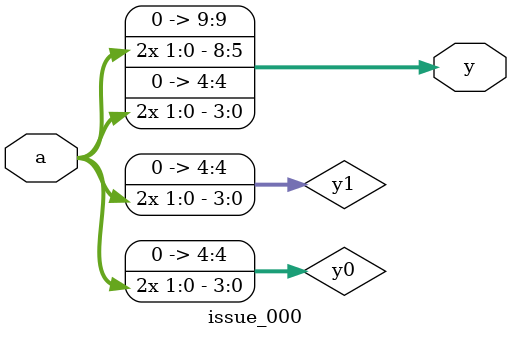
<source format=v>
module issue_000(a, y);
  // http://forums.xilinx.com/t5/Synthesis/XST-14-7-sign-handling-bug-in-N-Verilog-operator/td-p/401399
  input signed [1:0] a;
  wire [4:0] y0;
  wire [4:0] y1;
  output [9:0] y;
  assign y = {y0,y1};
  // concatenate and replicate operators do not preserve signedness.
  // the MSB of of y0 and y1 must be constant zero.
  assign y0 = {a,a};
  assign y1 = {2{a}};
endmodule

</source>
